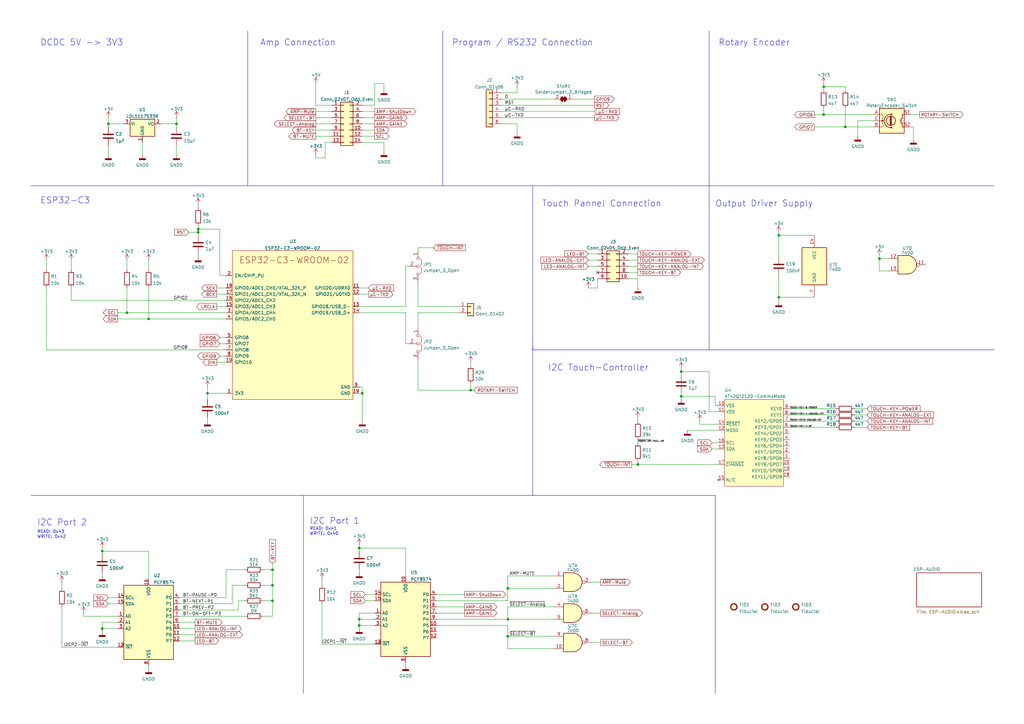
<source format=kicad_sch>
(kicad_sch (version 20230121) (generator eeschema)
  (paper "A3")
  (title_block (title "CW-Amp-Controll-Board") (date "2022-03-11") (rev "1") (company "Lars Nienhaus"))
  (junction (at 319.405 96.52))
  (junction (at 208.28 241.3))
  (junction (at 346.71 52.07))
  (junction (at 111.76 246.38))
  (junction (at 41.91 226.06))
  (junction (at 72.39 50.8))
  (junction (at 111.76 240.03))
  (junction (at 147.32 256.54))
  (junction (at 319.405 121.92))
  (junction (at 81.28 95.25))
  (junction (at 44.45 50.8))
  (junction (at 360.68 106.045))
  (junction (at 85.09 161.29))
  (junction (at 111.76 233.68))
  (junction (at 193.04 160.02))
  (junction (at 279.4 162.56))
  (junction (at 60.96 130.81))
  (junction (at 208.28 254))
  (junction (at 337.82 46.99))
  (junction (at 81.28 93.98))
  (junction (at 147.32 224.79))
  (junction (at 337.82 35.56))
  (junction (at 52.07 128.27))
  (junction (at 41.91 257.81))
  (junction (at 148.59 161.29))
  (junction (at 147.32 254))
  (junction (at 208.28 260.985))
  (junction (at 261.62 190.5))
  (junction (at 279.4 152.4))
  (no_connect (at 245.11 111.76))
  (wire (pts (xy 205.74 38.1) (xy 212.09 38.1)))
  (wire (pts (xy 208.28 260.985) (xy 227.33 260.985)))
  (wire (pts (xy 319.405 113.03) (xy 319.405 121.92)))
  (wire (pts (xy 148.59 50.8) (xy 153.67 50.8)))
  (wire (pts (xy 208.28 248.92) (xy 208.28 254)))
  (wire (pts (xy 52.07 118.11) (xy 52.07 128.27)))
  (wire (pts (xy 360.68 111.125) (xy 360.68 106.045)))
  (wire (pts (xy 373.38 46.99) (xy 377.19 46.99)))
  (wire (pts (xy 212.09 38.1) (xy 212.09 35.56)))
  (wire (pts (xy 227.33 266.065) (xy 208.28 266.065)))
  (wire (pts (xy 111.76 240.03) (xy 111.76 233.68)))
  (wire (pts (xy 337.82 35.56) (xy 337.82 36.83)))
  (wire (pts (xy 107.95 240.03) (xy 111.76 240.03)))
  (wire (pts (xy 350.52 170.18) (xy 355.6 170.18)))
  (wire (pts (xy 292.1 184.15) (xy 294.64 184.15)))
  (wire (pts (xy 257.81 106.68) (xy 261.62 106.68)))
  (wire (pts (xy 147.32 257.81) (xy 147.32 256.54)))
  (wire (pts (xy 92.71 233.68) (xy 100.33 233.68)))
  (wire (pts (xy 358.14 49.53) (xy 351.79 49.53)))
  (wire (pts (xy 193.04 157.48) (xy 193.04 160.02)))
  (wire (pts (xy 242.57 238.76) (xy 246.38 238.76)))
  (wire (pts (xy 337.82 34.29) (xy 337.82 35.56)))
  (wire (pts (xy 179.07 254) (xy 208.28 254)))
  (wire (pts (xy 337.82 35.56) (xy 346.71 35.56)))
  (wire (pts (xy 60.96 226.06) (xy 60.96 237.49)))
  (wire (pts (xy 58.42 58.42) (xy 58.42 63.5)))
  (wire (pts (xy 147.32 125.73) (xy 166.37 125.73)))
  (wire (pts (xy 241.3 109.22) (xy 245.11 109.22)))
  (wire (pts (xy 350.52 167.64) (xy 355.6 167.64)))
  (wire (pts (xy 241.3 104.14) (xy 245.11 104.14)))
  (wire (pts (xy 246.38 263.525) (xy 242.57 263.525)))
  (polyline (pts (xy 290.83 143.51) (xy 407.67 143.51)))
  (wire (pts (xy 148.59 158.75) (xy 148.59 161.29)))
  (wire (pts (xy 148.59 48.26) (xy 153.67 48.26)))
  (wire (pts (xy 129.54 43.18) (xy 129.54 34.29)))
  (wire (pts (xy 166.37 140.97) (xy 167.64 140.97)))
  (wire (pts (xy 319.405 96.52) (xy 319.405 105.41)))
  (polyline (pts (xy 293.37 203.2) (xy 293.37 284.48)))
  (wire (pts (xy 323.85 175.26) (xy 342.9 175.26)))
  (wire (pts (xy 171.45 128.27) (xy 171.45 134.62)))
  (wire (pts (xy 85.09 171.45) (xy 85.09 172.72)))
  (wire (pts (xy 97.79 250.19) (xy 73.66 250.19)))
  (wire (pts (xy 179.07 256.54) (xy 208.28 256.54)))
  (wire (pts (xy 293.37 162.56) (xy 293.37 166.37)))
  (wire (pts (xy 34.29 251.46) (xy 34.29 252.73)))
  (wire (pts (xy 290.83 168.91) (xy 290.83 152.4)))
  (wire (pts (xy 364.49 111.125) (xy 360.68 111.125)))
  (wire (pts (xy 261.62 189.23) (xy 261.62 190.5)))
  (wire (pts (xy 287.02 172.72) (xy 287.02 173.99)))
  (wire (pts (xy 107.95 233.68) (xy 111.76 233.68)))
  (wire (pts (xy 190.5 248.92) (xy 179.07 248.92)))
  (wire (pts (xy 100.33 246.38) (xy 97.79 246.38)))
  (wire (pts (xy 73.66 247.65) (xy 95.25 247.65)))
  (wire (pts (xy 148.59 43.18) (xy 153.67 43.18)))
  (wire (pts (xy 208.28 254) (xy 227.33 254)))
  (wire (pts (xy 44.45 59.69) (xy 44.45 63.5)))
  (wire (pts (xy 85.09 161.29) (xy 92.71 161.29)))
  (wire (pts (xy 323.85 167.64) (xy 342.9 167.64)))
  (wire (pts (xy 107.95 252.73) (xy 111.76 252.73)))
  (wire (pts (xy 73.66 257.81) (xy 80.01 257.81)))
  (polyline (pts (xy 228.6 76.2) (xy 407.67 76.2)))
  (polyline (pts (xy 12.7 76.2) (xy 101.6 76.2)))
  (wire (pts (xy 90.17 113.03) (xy 92.71 113.03)))
  (wire (pts (xy 374.65 52.07) (xy 374.65 57.15)))
  (wire (pts (xy 287.02 173.99) (xy 294.64 173.99)))
  (wire (pts (xy 147.32 128.27) (xy 166.37 128.27)))
  (wire (pts (xy 111.76 233.68) (xy 111.76 231.14)))
  (wire (pts (xy 212.09 50.8) (xy 212.09 54.61)))
  (wire (pts (xy 292.1 181.61) (xy 294.64 181.61)))
  (wire (pts (xy 147.32 224.79) (xy 147.32 226.06)))
  (wire (pts (xy 129.54 55.88) (xy 135.89 55.88)))
  (wire (pts (xy 208.28 256.54) (xy 208.28 260.985)))
  (wire (pts (xy 92.71 123.19) (xy 29.21 123.19)))
  (wire (pts (xy 41.91 234.95) (xy 41.91 236.22)))
  (wire (pts (xy 261.62 190.5) (xy 294.64 190.5)))
  (wire (pts (xy 41.91 257.81) (xy 41.91 255.27)))
  (wire (pts (xy 171.45 102.87) (xy 171.45 101.6)))
  (wire (pts (xy 257.81 109.22) (xy 261.62 109.22)))
  (wire (pts (xy 208.28 260.985) (xy 208.28 266.065)))
  (wire (pts (xy 48.26 130.81) (xy 60.96 130.81)))
  (wire (pts (xy 166.37 236.22) (xy 166.37 224.79)))
  (wire (pts (xy 261.62 171.45) (xy 261.62 172.72)))
  (wire (pts (xy 133.35 64.77) (xy 133.35 58.42)))
  (wire (pts (xy 323.85 170.18) (xy 342.9 170.18)))
  (wire (pts (xy 179.07 246.38) (xy 208.28 246.38)))
  (wire (pts (xy 166.37 128.27) (xy 166.37 140.97)))
  (wire (pts (xy 41.91 255.27) (xy 48.26 255.27)))
  (wire (pts (xy 95.25 240.03) (xy 100.33 240.03)))
  (polyline (pts (xy 218.44 203.2) (xy 293.37 203.2)))
  (polyline (pts (xy 290.83 76.2) (xy 290.83 143.51)))
  (wire (pts (xy 148.59 161.29) (xy 148.59 172.72)))
  (wire (pts (xy 72.39 50.8) (xy 72.39 48.26)))
  (wire (pts (xy 319.405 96.52) (xy 319.405 95.25)))
  (wire (pts (xy 193.04 160.02) (xy 171.45 160.02)))
  (wire (pts (xy 81.28 95.25) (xy 81.28 96.52)))
  (wire (pts (xy 41.91 257.81) (xy 48.26 257.81)))
  (wire (pts (xy 166.37 125.73) (xy 166.37 109.22)))
  (wire (pts (xy 60.96 273.05) (xy 60.96 274.32)))
  (wire (pts (xy 19.05 106.68) (xy 19.05 110.49)))
  (wire (pts (xy 373.38 52.07) (xy 374.65 52.07)))
  (wire (pts (xy 41.91 226.06) (xy 41.91 227.33)))
  (wire (pts (xy 166.37 109.22) (xy 167.64 109.22)))
  (wire (pts (xy 44.45 48.26) (xy 44.45 50.8)))
  (wire (pts (xy 129.54 53.34) (xy 135.89 53.34)))
  (wire (pts (xy 66.04 50.8) (xy 72.39 50.8)))
  (wire (pts (xy 129.54 45.72) (xy 135.89 45.72)))
  (polyline (pts (xy 218.44 76.2) (xy 218.44 203.2)))
  (wire (pts (xy 25.4 238.76) (xy 25.4 241.3)))
  (wire (pts (xy 90.17 93.98) (xy 90.17 113.03)))
  (wire (pts (xy 323.85 172.72) (xy 342.9 172.72)))
  (wire (pts (xy 90.17 140.97) (xy 92.71 140.97)))
  (wire (pts (xy 334.01 52.07) (xy 346.71 52.07)))
  (wire (pts (xy 259.08 190.5) (xy 261.62 190.5)))
  (wire (pts (xy 193.04 148.59) (xy 193.04 149.86)))
  (wire (pts (xy 205.74 45.72) (xy 243.84 45.72)))
  (wire (pts (xy 44.45 245.11) (xy 48.26 245.11)))
  (wire (pts (xy 19.05 143.51) (xy 19.05 118.11)))
  (wire (pts (xy 44.45 50.8) (xy 44.45 52.07)))
  (wire (pts (xy 88.9 148.59) (xy 92.71 148.59)))
  (wire (pts (xy 245.11 114.3) (xy 245.11 118.11)))
  (wire (pts (xy 147.32 158.75) (xy 148.59 158.75)))
  (wire (pts (xy 171.45 128.27) (xy 187.96 128.27)))
  (wire (pts (xy 132.08 264.16) (xy 132.08 247.65)))
  (wire (pts (xy 350.52 175.26) (xy 355.6 175.26)))
  (wire (pts (xy 208.28 248.92) (xy 227.33 248.92)))
  (wire (pts (xy 279.4 162.56) (xy 279.4 163.83)))
  (polyline (pts (xy 101.6 76.2) (xy 228.6 76.2)))
  (wire (pts (xy 166.37 224.79) (xy 147.32 224.79)))
  (wire (pts (xy 88.9 120.65) (xy 92.71 120.65)))
  (wire (pts (xy 52.07 128.27) (xy 92.71 128.27)))
  (wire (pts (xy 60.96 130.81) (xy 92.71 130.81)))
  (wire (pts (xy 319.405 121.92) (xy 334.01 121.92)))
  (wire (pts (xy 111.76 252.73) (xy 111.76 246.38)))
  (wire (pts (xy 147.32 256.54) (xy 153.67 256.54)))
  (wire (pts (xy 149.86 246.38) (xy 153.67 246.38)))
  (wire (pts (xy 147.32 256.54) (xy 147.32 254)))
  (wire (pts (xy 153.67 43.18) (xy 153.67 34.29)))
  (wire (pts (xy 81.28 83.82) (xy 81.28 85.09)))
  (wire (pts (xy 48.26 128.27) (xy 52.07 128.27)))
  (wire (pts (xy 81.28 92.71) (xy 81.28 93.98)))
  (wire (pts (xy 95.25 240.03) (xy 95.25 247.65)))
  (wire (pts (xy 346.71 35.56) (xy 346.71 36.83)))
  (wire (pts (xy 187.96 125.73) (xy 171.45 125.73)))
  (wire (pts (xy 44.45 247.65) (xy 48.26 247.65)))
  (wire (pts (xy 171.45 160.02) (xy 171.45 147.32)))
  (wire (pts (xy 72.39 59.69) (xy 72.39 63.5)))
  (wire (pts (xy 129.54 64.77) (xy 133.35 64.77)))
  (wire (pts (xy 153.67 34.29) (xy 157.48 34.29)))
  (wire (pts (xy 52.07 106.68) (xy 52.07 110.49)))
  (wire (pts (xy 208.28 236.22) (xy 227.33 236.22)))
  (wire (pts (xy 90.17 138.43) (xy 92.71 138.43)))
  (wire (pts (xy 257.81 111.76) (xy 261.62 111.76)))
  (wire (pts (xy 85.09 158.75) (xy 85.09 161.29)))
  (wire (pts (xy 90.17 146.05) (xy 92.71 146.05)))
  (wire (pts (xy 261.62 114.3) (xy 261.62 118.11)))
  (wire (pts (xy 171.45 125.73) (xy 171.45 115.57)))
  (wire (pts (xy 73.66 252.73) (xy 100.33 252.73)))
  (wire (pts (xy 279.4 151.13) (xy 279.4 152.4)))
  (wire (pts (xy 208.28 241.3) (xy 208.28 236.22)))
  (polyline (pts (xy 218.44 143.51) (xy 218.44 142.24)))
  (wire (pts (xy 147.32 224.79) (xy 147.32 223.52)))
  (wire (pts (xy 261.62 180.34) (xy 261.62 181.61)))
  (wire (pts (xy 257.81 114.3) (xy 261.62 114.3)))
  (wire (pts (xy 147.32 233.68) (xy 147.32 234.95)))
  (wire (pts (xy 279.4 162.56) (xy 293.37 162.56)))
  (wire (pts (xy 41.91 226.06) (xy 60.96 226.06)))
  (wire (pts (xy 148.59 53.34) (xy 153.67 53.34)))
  (wire (pts (xy 350.52 172.72) (xy 355.6 172.72)))
  (wire (pts (xy 135.89 43.18) (xy 129.54 43.18)))
  (wire (pts (xy 107.95 246.38) (xy 111.76 246.38)))
  (wire (pts (xy 294.64 168.91) (xy 290.83 168.91)))
  (polyline (pts (xy 124.46 203.2) (xy 124.46 284.48)))
  (wire (pts (xy 41.91 259.08) (xy 41.91 257.81)))
  (wire (pts (xy 205.74 40.64) (xy 227.33 40.64)))
  (wire (pts (xy 208.28 241.3) (xy 208.28 246.38)))
  (wire (pts (xy 60.96 118.11) (xy 60.96 130.81)))
  (wire (pts (xy 111.76 246.38) (xy 111.76 240.03)))
  (polyline (pts (xy 290.83 143.51) (xy 218.44 143.51)))
  (wire (pts (xy 85.09 161.29) (xy 85.09 163.83)))
  (wire (pts (xy 337.82 46.99) (xy 334.01 46.99)))
  (wire (pts (xy 241.3 118.11) (xy 245.11 118.11)))
  (wire (pts (xy 190.5 251.46) (xy 179.07 251.46)))
  (wire (pts (xy 129.54 48.26) (xy 135.89 48.26)))
  (wire (pts (xy 129.54 63.5) (xy 129.54 64.77)))
  (polyline (pts (xy 290.83 12.7) (xy 290.83 76.2)))
  (wire (pts (xy 34.29 252.73) (xy 48.26 252.73)))
  (wire (pts (xy 171.45 101.6) (xy 177.8 101.6)))
  (wire (pts (xy 293.37 166.37) (xy 294.64 166.37)))
  (wire (pts (xy 60.96 106.68) (xy 60.96 110.49)))
  (wire (pts (xy 242.57 251.46) (xy 246.38 251.46)))
  (wire (pts (xy 257.81 104.14) (xy 261.62 104.14)))
  (wire (pts (xy 147.32 118.11) (xy 151.13 118.11)))
  (wire (pts (xy 290.83 152.4) (xy 279.4 152.4)))
  (wire (pts (xy 157.48 34.29) (xy 157.48 36.83)))
  (wire (pts (xy 147.32 120.65) (xy 151.13 120.65)))
  (wire (pts (xy 205.74 48.26) (xy 243.84 48.26)))
  (wire (pts (xy 80.01 255.27) (xy 73.66 255.27)))
  (wire (pts (xy 360.68 106.045) (xy 364.49 106.045)))
  (wire (pts (xy 166.37 271.78) (xy 166.37 273.05)))
  (wire (pts (xy 81.28 93.98) (xy 90.17 93.98)))
  (wire (pts (xy 147.32 161.29) (xy 148.59 161.29)))
  (wire (pts (xy 281.94 176.53) (xy 294.64 176.53)))
  (wire (pts (xy 149.86 243.84) (xy 153.67 243.84)))
  (wire (pts (xy 147.32 254) (xy 147.32 251.46)))
  (wire (pts (xy 205.74 43.18) (xy 243.84 43.18)))
  (wire (pts (xy 133.35 58.42) (xy 135.89 58.42)))
  (wire (pts (xy 194.31 160.02) (xy 193.04 160.02)))
  (wire (pts (xy 351.79 49.53) (xy 351.79 55.88)))
  (wire (pts (xy 88.9 125.73) (xy 92.71 125.73)))
  (wire (pts (xy 92.71 245.11) (xy 73.66 245.11)))
  (wire (pts (xy 29.21 106.68) (xy 29.21 110.49)))
  (polyline (pts (xy 12.7 203.2) (xy 218.44 203.2)))
  (wire (pts (xy 148.59 55.88) (xy 153.67 55.88)))
  (wire (pts (xy 44.45 50.8) (xy 50.8 50.8)))
  (polyline (pts (xy 181.61 12.7) (xy 181.61 76.2)))
  (wire (pts (xy 234.95 40.64) (xy 243.84 40.64)))
  (wire (pts (xy 29.21 123.19) (xy 29.21 118.11)))
  (wire (pts (xy 73.66 260.35) (xy 80.01 260.35)))
  (wire (pts (xy 346.71 44.45) (xy 346.71 52.07)))
  (wire (pts (xy 208.28 241.3) (xy 227.33 241.3)))
  (wire (pts (xy 279.4 152.4) (xy 279.4 153.67)))
  (wire (pts (xy 153.67 264.16) (xy 132.08 264.16)))
  (wire (pts (xy 358.14 46.99) (xy 337.82 46.99)))
  (wire (pts (xy 81.28 93.98) (xy 81.28 95.25)))
  (wire (pts (xy 279.4 161.29) (xy 279.4 162.56)))
  (wire (pts (xy 157.48 58.42) (xy 157.48 62.23)))
  (wire (pts (xy 92.71 143.51) (xy 19.05 143.51)))
  (wire (pts (xy 129.54 50.8) (xy 135.89 50.8)))
  (wire (pts (xy 205.74 50.8) (xy 212.09 50.8)))
  (polyline (pts (xy 101.6 12.7) (xy 101.6 76.2)))
  (wire (pts (xy 73.66 262.89) (xy 80.01 262.89)))
  (wire (pts (xy 72.39 50.8) (xy 72.39 52.07)))
  (wire (pts (xy 88.9 118.11) (xy 92.71 118.11)))
  (wire (pts (xy 132.08 237.49) (xy 132.08 240.03)))
  (wire (pts (xy 41.91 224.79) (xy 41.91 226.06)))
  (wire (pts (xy 148.59 45.72) (xy 153.67 45.72)))
  (wire (pts (xy 147.32 251.46) (xy 153.67 251.46)))
  (wire (pts (xy 334.01 96.52) (xy 319.405 96.52)))
  (wire (pts (xy 81.28 104.14) (xy 81.28 105.41)))
  (wire (pts (xy 148.59 58.42) (xy 157.48 58.42)))
  (wire (pts (xy 48.26 265.43) (xy 25.4 265.43)))
  (wire (pts (xy 97.79 246.38) (xy 97.79 250.19)))
  (wire (pts (xy 319.405 121.92) (xy 319.405 123.825)))
  (wire (pts (xy 190.5 243.84) (xy 179.07 243.84)))
  (wire (pts (xy 25.4 265.43) (xy 25.4 248.92)))
  (wire (pts (xy 92.71 233.68) (xy 92.71 245.11)))
  (wire (pts (xy 241.3 106.68) (xy 245.11 106.68)))
  (wire (pts (xy 77.47 95.25) (xy 81.28 95.25)))
  (wire (pts (xy 360.68 106.045) (xy 360.68 104.775)))
  (wire (pts (xy 337.82 46.99) (xy 337.82 44.45)))
  (wire (pts (xy 147.32 254) (xy 153.67 254)))
  (wire (pts (xy 346.71 52.07) (xy 358.14 52.07)))
  (text "READ: 0x43\nWRITE: 0x42" (at 15.24 220.98 0) (effects (font (size 1.27 1.27)) (justify left bottom)))
  (text "I2C Port 2" (at 15.24 215.9 0) (effects (font (size 2.54 2.54)) (justify left bottom)))
  (text "DCDC 5V -> 3V3" (at 16.51 19.05 0) (effects (font (size 2.54 2.54)) (justify left bottom)))
  (text "READ: 0x41\nWRITE: 0x40" (at 127 219.71 0) (effects (font (size 1.27 1.27)) (justify left bottom)))
  (text "I2C Port 1" (at 127 215.265 0) (effects (font (size 2.54 2.54)) (justify left bottom)))
  (text "I2C Touch-Controller" (at 224.79 152.4 0) (effects (font (size 2.54 2.54)) (justify left bottom)))
  (text "Rotary Encoder" (at 294.64 19.05 0) (effects (font (size 2.54 2.54)) (justify left bottom)))
  (text "Program / RS232 Connection" (at 185.42 19.05 0) (effects (font (size 2.54 2.54)) (justify left bottom)))
  (text "Output Driver Supply" (at 293.37 85.09 0) (effects (font (size 2.54 2.54)) (justify left bottom)))
  (text "ESP32-C3" (at 16.51 83.82 0) (effects (font (size 2.54 2.54)) (justify left bottom)))
  (text "Touch Pannel Connection" (at 222.25 85.09 0) (effects (font (size 2.54 2.54)) (justify left bottom)))
  (text "Amp Connection" (at 106.68 19.05 0) (effects (font (size 2.54 2.54)) (justify left bottom)))
  (label "TOUCH-KEY2-ANALOG-INT" (at 323.85 172.72 0) (effects (font (size 0.64 0.64))))
  (label "TOUCH-KEY-0-POWER" (at 323.85 167.64 0) (effects (font (size 0.64 0.64))))
  (label "0" (at 207.01 40.64 0))
  (label "~{SELECT-Analog}" (at 208.915 248.92 0))
  (label "BT-PREV-P2" (at 74.93 250.19 0))
  (label "BT-NEXT-P1" (at 74.93 247.65 0))
  (label "I2CP2-~{INT}" (at 26.035 265.43 0))
  (label "GPIO2" (at 71.12 123.19 0))
  (label "µC-TXD" (at 207.01 48.26 0))
  (label "µC-RXD" (at 207.01 45.72 0))
  (label "AMP-MUTE" (at 208.915 236.22 0))
  (label "TOUCH-KEY-1-ANALOG-EXT" (at 323.85 170.18 0) (effects (font (size 0.64 0.64))))
  (label "TOUCH-KEY-4-BT" (at 323.85 175.26 0) (effects (font (size 0.64 0.64))))
  (label "~{TOUCH-INT}-PULL-UP" (at 261.62 181.3997 0) (effects (font (size 0.64 0.64))))
  (label "BT-ON-OFF-P3" (at 74.93 252.73 0))
  (label "RST" (at 207.01 43.18 0))
  (label "I2CP1-~{INT}" (at 132.08 264.16 0))
  (label "~{SELECT-BT}" (at 208.915 260.985 0))
  (label "GPIO8" (at 71.12 143.51 0))
  (label "BT-PAUSE-P0" (at 74.93 245.11 0))
  (global_label "BT-MUTE" (shape output) (at 80.01 255.27 0) (property "Intersheetrefs" "${INTERSHEET_REFS}" (effects hide)))
  (global_label "LED-BT" (shape output) (at 80.01 262.89 0) (property "Intersheetrefs" "${INTERSHEET_REFS}" (effects hide)))
  (global_label "DIN" (shape output) (at 88.9 148.59 180) (property "Intersheetrefs" "${INTERSHEET_REFS}" (effects hide)))
  (global_label "~{AMP-Mute}" (shape output) (at 129.54 45.72 180) (property "Intersheetrefs" "${INTERSHEET_REFS}" (effects hide)))
  (global_label "AMP-ShutDown" (shape output) (at 190.5 243.84 0) (property "Intersheetrefs" "${INTERSHEET_REFS}" (effects hide)))
  (global_label "SDA" (shape input) (at 149.86 246.38 180) (property "Intersheetrefs" "${INTERSHEET_REFS}" (effects hide)))
  (global_label "SCL" (shape output) (at 48.26 128.27 180) (property "Intersheetrefs" "${INTERSHEET_REFS}" (effects hide)))
  (global_label "SDA" (shape input) (at 292.1 184.15 180) (property "Intersheetrefs" "${INTERSHEET_REFS}" (effects hide)))
  (global_label "TOUCH-KEY-ANALOG-INT" (shape output) (at 261.62 109.22 0) (property "Intersheetrefs" "${INTERSHEET_REFS}" (effects hide)))
  (global_label "LRCLK" (shape output) (at 88.9 125.73 180) (property "Intersheetrefs" "${INTERSHEET_REFS}" (effects hide)))
  (global_label "TOUCH-KEY-BT" (shape output) (at 261.62 111.76 0) (property "Intersheetrefs" "${INTERSHEET_REFS}" (effects hide)))
  (global_label "GPIO6" (shape input) (at 90.17 138.43 180) (property "Intersheetrefs" "${INTERSHEET_REFS}" (effects hide)))
  (global_label "SDA" (shape output) (at 153.67 53.34 0) (property "Intersheetrefs" "${INTERSHEET_REFS}" (effects hide)))
  (global_label "RST" (shape output) (at 243.84 43.18 0) (property "Intersheetrefs" "${INTERSHEET_REFS}" (effects hide)))
  (global_label "SELECT-Analog" (shape output) (at 246.38 251.46 0) (property "Intersheetrefs" "${INTERSHEET_REFS}" (effects hide)))
  (global_label "TOUCH-KEY-BT" (shape input) (at 355.6 175.26 0) (property "Intersheetrefs" "${INTERSHEET_REFS}" (effects hide)))
  (global_label "TOUCH-KEY-POWER" (shape output) (at 261.62 104.14 0) (property "Intersheetrefs" "${INTERSHEET_REFS}" (effects hide)))
  (global_label "AMP-ShutDown" (shape output) (at 153.67 45.72 0) (property "Intersheetrefs" "${INTERSHEET_REFS}" (effects hide)))
  (global_label "SELECT-BT" (shape output) (at 246.38 263.525 0) (property "Intersheetrefs" "${INTERSHEET_REFS}" (effects hide)))
  (global_label "LED-ANALOG-EXT" (shape output) (at 80.01 260.35 0) (property "Intersheetrefs" "${INTERSHEET_REFS}" (effects hide)))
  (global_label "SDA" (shape output) (at 48.26 130.81 180) (property "Intersheetrefs" "${INTERSHEET_REFS}" (effects hide)))
  (global_label "RST" (shape input) (at 77.47 95.25 180) (property "Intersheetrefs" "${INTERSHEET_REFS}" (effects hide)))
  (global_label "AMP-GAIN0" (shape output) (at 190.5 248.92 0) (property "Intersheetrefs" "${INTERSHEET_REFS}" (effects hide)))
  (global_label "SCL" (shape input) (at 292.1 181.61 180) (property "Intersheetrefs" "${INTERSHEET_REFS}" (effects hide)))
  (global_label "GPIO9" (shape output) (at 243.84 40.64 0) (property "Intersheetrefs" "${INTERSHEET_REFS}" (effects hide)))
  (global_label "BT-KEY" (shape output) (at 129.54 53.34 180) (property "Intersheetrefs" "${INTERSHEET_REFS}" (effects hide)))
  (global_label "SDA" (shape input) (at 44.45 247.65 180) (property "Intersheetrefs" "${INTERSHEET_REFS}" (effects hide)))
  (global_label "TOUCH-KEY-ANALOG-EXT" (shape input) (at 355.6 170.18 0) (property "Intersheetrefs" "${INTERSHEET_REFS}" (effects hide)))
  (global_label "AMP-GAIN1" (shape output) (at 153.67 50.8 0) (property "Intersheetrefs" "${INTERSHEET_REFS}" (effects hide)))
  (global_label "ROTARY-SWITCH" (shape input) (at 194.31 160.02 0) (property "Intersheetrefs" "${INTERSHEET_REFS}" (effects hide)))
  (global_label "AMP-GAIN0" (shape output) (at 153.67 48.26 0) (property "Intersheetrefs" "${INTERSHEET_REFS}" (effects hide)))
  (global_label "GPIO6" (shape output) (at 334.01 46.99 180) (property "Intersheetrefs" "${INTERSHEET_REFS}" (effects hide)))
  (global_label "LED-BT" (shape input) (at 241.3 104.14 180) (property "Intersheetrefs" "${INTERSHEET_REFS}" (effects hide)))
  (global_label "SELECT-Analog" (shape output) (at 129.54 50.8 180) (property "Intersheetrefs" "${INTERSHEET_REFS}" (effects hide)))
  (global_label "SCL" (shape output) (at 153.67 55.88 0) (property "Intersheetrefs" "${INTERSHEET_REFS}" (effects hide)))
  (global_label "SCL" (shape input) (at 149.86 243.84 180) (property "Intersheetrefs" "${INTERSHEET_REFS}" (effects hide)))
  (global_label "µC-TXD" (shape output) (at 243.84 48.26 0) (property "Intersheetrefs" "${INTERSHEET_REFS}" (effects hide)))
  (global_label "BT-MUTE" (shape output) (at 129.54 55.88 180) (property "Intersheetrefs" "${INTERSHEET_REFS}" (effects hide)))
  (global_label "µC-RXD" (shape input) (at 151.13 118.11 0) (property "Intersheetrefs" "${INTERSHEET_REFS}" (effects hide)))
  (global_label "µC-TXD" (shape output) (at 151.13 120.65 0) (property "Intersheetrefs" "${INTERSHEET_REFS}" (effects hide)))
  (global_label "BCK" (shape output) (at 88.9 120.65 180) (property "Intersheetrefs" "${INTERSHEET_REFS}" (effects hide)))
  (global_label "LED-ANALOG-INT" (shape output) (at 80.01 257.81 0) (property "Intersheetrefs" "${INTERSHEET_REFS}" (effects hide)))
  (global_label "TOUCH-KEY-ANALOG-INT" (shape input) (at 355.6 172.72 0) (property "Intersheetrefs" "${INTERSHEET_REFS}" (effects hide)))
  (global_label "GPIO7" (shape input) (at 90.17 140.97 180) (property "Intersheetrefs" "${INTERSHEET_REFS}" (effects hide)))
  (global_label "SELECT-BT" (shape output) (at 129.54 48.26 180) (property "Intersheetrefs" "${INTERSHEET_REFS}" (effects hide)))
  (global_label "TOUCH-KEY-POWER" (shape input) (at 355.6 167.64 0) (property "Intersheetrefs" "${INTERSHEET_REFS}" (effects hide)))
  (global_label "SCL" (shape input) (at 44.45 245.11 180) (property "Intersheetrefs" "${INTERSHEET_REFS}" (effects hide)))
  (global_label "TOUCH-KEY-ANALOG-EXT" (shape output) (at 261.62 106.68 0) (property "Intersheetrefs" "${INTERSHEET_REFS}" (effects hide)))
  (global_label "µC-RXD" (shape input) (at 243.84 45.72 0) (property "Intersheetrefs" "${INTERSHEET_REFS}" (effects hide)))
  (global_label "AMP-GAIN1" (shape output) (at 190.5 251.46 0) (property "Intersheetrefs" "${INTERSHEET_REFS}" (effects hide)))
  (global_label "~{AMP-Mute}" (shape output) (at 246.38 238.76 0) (property "Intersheetrefs" "${INTERSHEET_REFS}" (effects hide)))
  (global_label "SCK" (shape output) (at 88.9 118.11 180) (property "Intersheetrefs" "${INTERSHEET_REFS}" (effects hide)))
  (global_label "ROTARY-SWITCH" (shape output) (at 377.19 46.99 0) (property "Intersheetrefs" "${INTERSHEET_REFS}" (effects hide)))
  (global_label "GPIO7" (shape output) (at 334.01 52.07 180) (property "Intersheetrefs" "${INTERSHEET_REFS}" (effects hide)))
  (global_label "LED-ANALOG-EXT" (shape input) (at 241.3 106.68 180) (property "Intersheetrefs" "${INTERSHEET_REFS}" (effects hide)))
  (global_label "~{TOUCH-INT}" (shape input) (at 177.8 101.6 0) (property "Intersheetrefs" "${INTERSHEET_REFS}" (effects hide)))
  (global_label "GPIO9" (shape bidirectional) (at 90.17 146.05 180) (property "Intersheetrefs" "${INTERSHEET_REFS}" (effects hide)))
  (global_label "LED-ANALOG-INT" (shape input) (at 241.3 109.22 180) (property "Intersheetrefs" "${INTERSHEET_REFS}" (effects hide)))
  (global_label "~{TOUCH-INT}" (shape output) (at 259.08 190.5 180) (property "Intersheetrefs" "${INTERSHEET_REFS}" (effects hide)))
  (global_label "BT-KEY" (shape input) (at 111.76 231.14 90) (property "Intersheetrefs" "${INTERSHEET_REFS}" (effects hide)))
  (symbol (lib_id "power:GNDD") (at 166.37 273.05 0) (unit 1)
    (property "Reference" "#PWR043" (effects hide))
    (property "Value" "GNDD" (at 166.37 277.2315 0))
  )
  (symbol (lib_id "power:+3V3") (at 212.09 35.56 0) (unit 1)
    (property "Reference" "#PWR029" (effects hide))
    (property "Value" "+3V3" (at 212.09 31.9555 0))
  )
  (symbol (lib_id "Device:R") (at 346.71 172.72 270) (unit 1)
    (property "Reference" "R17" (at 342.9 171.45 90) (effects (justify right)))
    (property "Value" "4k7" (at 350.52 171.45 90) (effects (justify left)))
    (property "Footprint" "Resistor_SMD:R_0805_2012Metric_Pad1.20x1.40mm_HandSolder" (effects hide))
  )
  (symbol (lib_id "Device:R") (at 346.71 40.64 0) (unit 1)
    (property "Reference" "R14" (at 348.488 39.7315 0) (effects (justify left)))
    (property "Value" "4k7" (at 348.488 42.5066 0) (effects (justify left)))
    (property "Footprint" "Resistor_SMD:R_0805_2012Metric_Pad1.20x1.40mm_HandSolder" (effects hide))
  )
  (symbol (lib_id "Connector_Generic:Conn_02x05_Odd_Even") (at 250.19 109.22 0) (unit 1)
    (property "Reference" "J3" (at 251.46 99.1702 0))
    (property "Value" "Conn_02x05_Odd_Even" (at 251.46 101.7071 0))
    (property "Footprint" "Connector_IDC:IDC-Header_2x05_P2.54mm_Vertical" (effects hide))
  )
  (symbol (lib_id "Connector_Generic:Conn_01x06") (at 200.66 43.18 0) (mirror y) (unit 1)
    (property "Reference" "J2" (at 200.66 32.8635 0))
    (property "Value" "Conn_01x06" (at 200.66 35.6386 0))
    (property "Footprint" "Connector_PinHeader_2.54mm:PinHeader_1x06_P2.54mm_Horizontal" (effects hide))
  )
  (symbol (lib_id "power:+3V3") (at 85.09 158.75 0) (unit 1)
    (property "Reference" "#PWR018" (effects hide))
    (property "Value" "+3V3" (at 85.09 155.1455 0))
  )
  (symbol (lib_id "power:+5V") (at 319.405 95.25 0) (unit 1)
    (property "Reference" "#PWR020" (effects hide))
    (property "Value" "+5V" (at 319.405 91.6455 0))
  )
  (symbol (lib_id "power:GNDD") (at 374.65 57.15 0) (unit 1)
    (property "Reference" "#PWR0108" (effects hide))
    (property "Value" "GNDD" (at 374.65 61.3315 0))
  )
  (symbol (lib_id "Device:R") (at 19.05 114.3 0) (unit 1)
    (property "Reference" "R1" (at 20.828 113.3915 0) (effects (justify left)))
    (property "Value" "10k" (at 20.828 116.1666 0) (effects (justify left)))
    (property "Footprint" "Resistor_SMD:R_0805_2012Metric_Pad1.20x1.40mm_HandSolder" (effects hide))
  )
  (symbol (lib_id "Device:R") (at 60.96 114.3 0) (unit 1)
    (property "Reference" "R5" (at 62.738 113.3915 0) (effects (justify left)))
    (property "Value" "10k" (at 62.738 116.1666 0) (effects (justify left)))
    (property "Footprint" "Resistor_SMD:R_0805_2012Metric_Pad1.20x1.40mm_HandSolder" (effects hide))
  )
  (symbol (lib_id "power:+3V3") (at 29.21 106.68 0) (unit 1)
    (property "Reference" "#PWR03" (effects hide))
    (property "Value" "+3V3" (at 29.21 103.0755 0))
  )
  (symbol (lib_id "power:+3V3") (at 81.28 83.82 0) (unit 1)
    (property "Reference" "#PWR016" (effects hide))
    (property "Value" "+3V3" (at 81.28 80.2155 0))
  )
  (symbol (lib_id "Device:R") (at 104.14 246.38 90) (unit 1)
    (property "Reference" "R25" (at 104.14 242.3541 90))
    (property "Value" "9K1" (at 104.14 244.2751 90))
    (property "Footprint" "Resistor_SMD:R_0805_2012Metric_Pad1.20x1.40mm_HandSolder" (effects hide))
  )
  (symbol (lib_id "power:+3V3") (at 193.04 148.59 0) (unit 1)
    (property "Reference" "#PWR0107" (effects hide))
    (property "Value" "+3V3" (at 193.04 144.9855 0))
  )
  (symbol (lib_id "Interface_Expansion:PCF8574") (at 166.37 254 0) (unit 1)
    (property "Reference" "U5" (at 168.3894 234.7935 0) (effects (justify left)))
    (property "Value" "PCF8574" (at 168.3894 237.5686 0) (effects (justify left)))
    (property "Footprint" "Package_SO:SOIC-16W_7.5x10.3mm_P1.27mm" (effects hide))
    (property "Datasheet" "http://www.nxp.com/documents/data_sheet/PCF8574_PCF8574A.pdf" (effects hide))
  )
  (symbol (lib_id "power:GNDD") (at 60.96 274.32 0) (unit 1)
    (property "Reference" "#PWR013" (effects hide))
    (property "Value" "GNDD" (at 60.96 278.5015 0))
  )
  (symbol (lib_id "power:GNDD") (at 85.09 172.72 0) (unit 1)
    (property "Reference" "#PWR019" (effects hide))
    (property "Value" "GNDD" (at 85.09 176.9015 0))
  )
  (symbol (lib_id "Connector_Generic:Conn_02x07_Odd_Even") (at 140.97 50.8 0) (unit 1)
    (property "Reference" "J1" (at 142.24 37.9435 0))
    (property "Value" "Conn_02x07_Odd_Even" (at 142.24 40.7186 0))
    (property "Footprint" "Connector_IDC:IDC-Header_2x07_P2.54mm_Vertical" (effects hide))
  )
  (symbol (lib_id "Device:R") (at 25.4 245.11 0) (unit 1)
    (property "Reference" "R2" (at 27.178 244.2015 0) (effects (justify left)))
    (property "Value" "10k" (at 27.178 246.9766 0) (effects (justify left)))
    (property "Footprint" "Resistor_SMD:R_0805_2012Metric_Pad1.20x1.40mm_HandSolder" (effects hide))
  )
  (symbol (lib_id "power:GNDD") (at 157.48 62.23 0) (unit 1)
    (property "Reference" "#PWR026" (effects hide))
    (property "Value" "GNDD" (at 157.48 66.4115 0))
  )
  (symbol (lib_id "power:+3V3") (at 147.32 223.52 0) (unit 1)
    (property "Reference" "#PWR038" (effects hide))
    (property "Value" "+3V3" (at 147.32 219.9155 0))
  )
  (symbol (lib_id "Device:R") (at 104.14 240.03 90) (unit 1)
    (property "Reference" "R23" (at 104.14 236.0041 90))
    (property "Value" "33K" (at 104.14 237.9251 90))
    (property "Footprint" "Resistor_SMD:R_0805_2012Metric_Pad1.20x1.40mm_HandSolder" (effects hide))
  )
  (symbol (lib_id "Device:C") (at 44.45 55.88 0) (unit 1)
    (property "Reference" "C2" (at 47.371 54.9715 0) (effects (justify left)))
    (property "Value" "1µF" (at 47.371 57.7466 0) (effects (justify left)))
    (property "Footprint" "Capacitor_SMD:C_0805_2012Metric_Pad1.18x1.45mm_HandSolder" (effects hide))
  )
  (symbol (lib_id "Device:R") (at 104.14 233.68 90) (unit 1)
    (property "Reference" "R21" (at 104.14 229.6541 90))
    (property "Value" "51K" (at 104.14 231.5751 90))
    (property "Footprint" "Resistor_SMD:R_0805_2012Metric_Pad1.20x1.40mm_HandSolder" (effects hide))
  )
  (symbol (lib_id "power:+3V3") (at 34.29 251.46 0) (unit 1)
    (property "Reference" "#PWR04" (effects hide))
    (property "Value" "+3V3" (at 34.29 247.8555 0))
  )
  (symbol (lib_id "power:+3V3") (at 72.39 48.26 0) (unit 1)
    (property "Reference" "#PWR014" (effects hide))
    (property "Value" "+3V3" (at 72.39 44.6555 0))
  )
  (symbol (lib_id "Device:R") (at 337.82 40.64 0) (unit 1)
    (property "Reference" "R13" (at 339.598 39.7315 0) (effects (justify left)))
    (property "Value" "4k7" (at 339.598 42.5066 0) (effects (justify left)))
    (property "Footprint" "Resistor_SMD:R_0805_2012Metric_Pad1.20x1.40mm_HandSolder" (effects hide))
  )
  (symbol (lib_id "Espressif:ESP32-C3-WROOM-02") (at 119.38 134.62 0) (unit 1)
    (property "Reference" "U3" (at 120.015 99.0305 0))
    (property "Value" "ESP32-C3-WROOM-02" (at 120.015 101.8056 0))
    (property "Footprint" "Espressif:ESP32-C3-WROOM-02" (effects hide))
    (property "Datasheet" "https://www.espressif.com/sites/default/files/documentation/esp32-c3-wroom-02_datasheet_en.pdf" (effects hide))
  )
  (symbol (lib_id "power:GNDD") (at 44.45 63.5 0) (unit 1)
    (property "Reference" "#PWR09" (effects hide))
    (property "Value" "GNDD" (at 44.45 67.6815 0))
  )
  (symbol (lib_id "power:GNDD") (at 147.32 257.81 0) (unit 1)
    (property "Reference" "#PWR040" (effects hide))
    (property "Value" "GNDD" (at 147.32 261.9915 0))
  )
  (symbol (lib_id "Connector_Generic:Conn_01x02") (at 193.04 125.73 0) (unit 1)
    (property "Reference" "J5" (at 195.072 126.1653 0) (effects (justify left)))
    (property "Value" "Conn_01x02" (at 195.072 128.7022 0) (effects (justify left)))
    (property "Footprint" "Connector_PinHeader_2.54mm:PinHeader_1x02_P2.54mm_Vertical" (effects hide))
  )
  (symbol (lib_id "Device:C") (at 81.28 100.33 180) (unit 1)
    (property "Reference" "C4" (at 84.201 99.4953 0) (effects (justify right)))
    (property "Value" "1µF" (at 84.201 102.0322 0) (effects (justify right)))
    (property "Footprint" "Capacitor_SMD:C_0805_2012Metric_Pad1.18x1.45mm_HandSolder" (effects hide))
  )
  (symbol (lib_id "Device:R") (at 104.14 252.73 90) (unit 1)
    (property "Reference" "R27" (at 104.14 248.7041 90))
    (property "Value" "0R" (at 104.14 250.6251 90))
    (property "Footprint" "Resistor_SMD:R_0805_2012Metric_Pad1.20x1.40mm_HandSolder" (effects hide))
  )
  (symbol (lib_id "power:+3V3") (at 241.3 118.11 0) (unit 1)
    (property "Reference" "#PWR031" (effects hide))
    (property "Value" "+3V3" (at 241.3 114.5055 0))
  )
  (symbol (lib_id "office amp:AT42QT2120-CommsMode") (at 294.64 166.37 0) (unit 1)
    (property "Reference" "U4" (at 297.18 160.02 0) (effects (justify left)))
    (property "Value" "AT42QT2120-CommsMode" (at 297.18 162.56 0) (effects (justify left)))
    (property "Footprint" "Package_SO:SOIC-20W_7.5x12.8mm_P1.27mm" (effects hide))
  )
  (symbol (lib_id "power:+3V3") (at 261.62 171.45 0) (unit 1)
    (property "Reference" "#PWR033" (effects hide))
    (property "Value" "+3V3" (at 261.62 167.8455 0))
  )
  (symbol (lib_id "power:GNDD") (at 157.48 36.83 0) (unit 1)
    (property "Reference" "#PWR025" (effects hide))
    (property "Value" "GNDD" (at 157.48 41.0115 0))
  )
  (symbol (lib_id "power:+5V") (at 129.54 34.29 0) (unit 1)
    (property "Reference" "#PWR021" (effects hide))
    (property "Value" "+5V" (at 129.54 30.6855 0))
  )
  (symbol (lib_id "power:+3V3") (at 337.82 34.29 0) (unit 1)
    (property "Reference" "#PWR041" (effects hide))
    (property "Value" "+3V3" (at 337.82 30.6855 0))
  )
  (symbol (lib_id "power:+3V3") (at 132.08 237.49 0) (unit 1)
    (property "Reference" "#PWR037" (effects hide))
    (property "Value" "+3V3" (at 132.08 233.8855 0))
  )
  (symbol (lib_id "power:GNDD") (at 41.91 259.08 0) (unit 1)
    (property "Reference" "#PWR07" (effects hide))
    (property "Value" "GNDD" (at 41.91 263.2615 0))
  )
  (symbol (lib_id "power:GNDD") (at 281.94 176.53 0) (unit 1)
    (property "Reference" "#PWR?" (effects hide))
    (property "Value" "GNDD" (at 281.94 180.7115 0))
  )
  (symbol (lib_id "power:GNDD") (at 279.4 163.83 0) (unit 1)
    (property "Reference" "#PWR035" (effects hide))
    (property "Value" "GNDD" (at 279.4 168.0115 0))
  )
  (symbol (lib_id "power:+3V3") (at 279.4 151.13 0) (unit 1)
    (property "Reference" "#PWR034" (effects hide))
    (property "Value" "+3V3" (at 279.4 147.5255 0))
  )
  (symbol (lib_id "Device:R") (at 346.71 175.26 270) (unit 1)
    (property "Reference" "R18" (at 342.9 173.99 90) (effects (justify right)))
    (property "Value" "4k7" (at 350.52 173.99 90) (effects (justify left)))
    (property "Footprint" "Resistor_SMD:R_0805_2012Metric_Pad1.20x1.40mm_HandSolder" (effects hide))
  )
  (symbol (lib_id "Interface_Expansion:PCF8574") (at 60.96 255.27 0) (unit 1)
    (property "Reference" "U2" (at 62.9794 236.0635 0) (effects (justify left)))
    (property "Value" "PCF8574" (at 62.9794 238.8386 0) (effects (justify left)))
    (property "Footprint" "Package_SO:SOIC-16W_7.5x10.3mm_P1.27mm" (effects hide))
    (property "Datasheet" "http://www.nxp.com/documents/data_sheet/PCF8574_PCF8574A.pdf" (effects hide))
  )
  (symbol (lib_id "Device:R") (at 81.28 88.9 0) (unit 1)
    (property "Reference" "R6" (at 83.058 87.9915 0) (effects (justify left)))
    (property "Value" "10k" (at 83.058 90.7666 0) (effects (justify left)))
    (property "Footprint" "Resistor_SMD:R_0805_2012Metric_Pad1.20x1.40mm_HandSolder" (effects hide))
  )
  (symbol (lib_id "Device:R") (at 132.08 243.84 0) (unit 1)
    (property "Reference" "R12" (at 133.858 242.9315 0) (effects (justify left)))
    (property "Value" "10k" (at 133.858 245.7066 0) (effects (justify left)))
    (property "Footprint" "Resistor_SMD:R_0805_2012Metric_Pad1.20x1.40mm_HandSolder" (effects hide))
  )
  (symbol (lib_id "Device:R") (at 261.62 176.53 0) (unit 1)
    (property "Reference" "R10" (at 263.398 175.6953 0) (effects (justify left)))
    (property "Value" "39k" (at 263.398 178.2322 0) (effects (justify left)))
    (property "Footprint" "Resistor_SMD:R_0805_2012Metric_Pad1.20x1.40mm_HandSolder" (effects hide))
  )
  (symbol (lib_id "Device:R") (at 52.07 114.3 0) (unit 1)
    (property "Reference" "R4" (at 53.848 113.3915 0) (effects (justify left)))
    (property "Value" "10k" (at 53.848 116.1666 0) (effects (justify left)))
    (property "Footprint" "Resistor_SMD:R_0805_2012Metric_Pad1.20x1.40mm_HandSolder" (effects hide))
  )
  (symbol (lib_id "74xx:7400") (at 234.95 238.76 0) (unit 1)
    (property "Reference" "U7" (at 234.9417 231.9401 0))
    (property "Value" "7400" (at 234.9417 233.8611 0))
    (property "Datasheet" "http://www.ti.com/lit/gpn/sn7400" (effects hide))
  )
  (symbol (lib_id "power:GNDD") (at 58.42 63.5 0) (unit 1)
    (property "Reference" "#PWR011" (effects hide))
    (property "Value" "GNDD" (at 58.42 67.6815 0))
  )
  (symbol (lib_id "Device:C") (at 319.405 109.22 0) (unit 1)
    (property "Reference" "C19" (at 322.326 108.3115 0) (effects (justify left)))
    (property "Value" "100nF" (at 322.326 111.0866 0) (effects (justify left)))
    (property "Footprint" "Capacitor_SMD:C_0805_2012Metric_Pad1.18x1.45mm_HandSolder" (effects hide))
  )
  (symbol (lib_id "Regulator_Linear:LD1117S33TR_SOT223") (at 58.42 50.8 0) (unit 1)
    (property "Reference" "U1" (at 58.42 44.9285 0))
    (property "Value" "LDL1117S33R" (at 58.42 47.7036 0))
    (property "Footprint" "Package_TO_SOT_SMD:SOT-223-3_TabPin2" (effects hide))
    (property "Datasheet" "http://www.st.com/st-web-ui/static/active/en/resource/technical/document/datasheet/CD00000544.pdf" (effects hide))
  )
  (symbol (lib_id "power:+3V3") (at 25.4 238.76 0) (unit 1)
    (property "Reference" "#PWR02" (effects hide))
    (property "Value" "+3V3" (at 25.4 235.1555 0))
  )
  (symbol (lib_id "Device:C") (at 279.4 157.48 180) (unit 1)
    (property "Reference" "C6" (at 282.321 156.6453 0) (effects (justify right)))
    (property "Value" "1µF" (at 282.321 159.1822 0) (effects (justify right)))
    (property "Footprint" "Capacitor_SMD:C_0805_2012Metric_Pad1.18x1.45mm_HandSolder" (effects hide))
  )
  (symbol (lib_id "Jumper:SolderJumper_2_Bridged") (at 231.14 40.64 0) (mirror y) (unit 1)
    (property "Reference" "STAR1" (at 231.14 35.433 0))
    (property "Value" "SolderJumper_2_Bridged" (at 231.14 37.7444 0))
    (property "Footprint" "Jumper:SolderJumper-2_P1.3mm_Bridged_RoundedPad1.0x1.5mm" (effects hide))
  )
  (symbol (lib_id "power:+3V3") (at 41.91 224.79 0) (unit 1)
    (property "Reference" "#PWR05" (effects hide))
    (property "Value" "+3V3" (at 41.91 221.1855 0))
  )
  (symbol (lib_id "74xx:7400") (at 372.11 108.585 0) (unit 4)
    (property "Reference" "U7" (at 372.1017 101.7651 0))
    (property "Value" "7400" (at 372.1017 103.6861 0))
    (property "Datasheet" "http://www.ti.com/lit/gpn/sn7400" (effects hide))
  )
  (symbol (lib_id "Jumper:Jumper_3_Open") (at 171.45 140.97 270) (unit 1)
    (property "Reference" "JP2" (at 173.5842 140.1353 90) (effects (justify left)))
    (property "Value" "Jumper_3_Open" (at 173.5842 142.6722 90) (effects (justify left)))
    (property "Footprint" "Jumper:SolderJumper-3_P1.3mm_Open_Pad1.0x1.5mm" (effects hide))
  )
  (symbol (lib_id "Device:R") (at 29.21 114.3 0) (unit 1)
    (property "Reference" "R3" (at 30.988 113.3915 0) (effects (justify left)))
    (property "Value" "10k" (at 30.988 116.1666 0) (effects (justify left)))
    (property "Footprint" "Resistor_SMD:R_0805_2012Metric_Pad1.20x1.40mm_HandSolder" (effects hide))
  )
  (symbol (lib_id "power:GNDD") (at 212.09 54.61 0) (unit 1)
    (property "Reference" "#PWR0105" (effects hide))
    (property "Value" "GNDD" (at 212.09 58.7915 0))
  )
  (symbol (lib_id "power:GNDD") (at 319.405 123.825 0) (unit 1)
    (property "Reference" "#PWR024" (effects hide))
    (property "Value" "GNDD" (at 319.405 128.0065 0))
  )
  (symbol (lib_id "Device:C") (at 147.32 229.87 0) (unit 1)
    (property "Reference" "C7" (at 150.241 228.9615 0) (effects (justify left)))
    (property "Value" "100nF" (at 150.241 231.7366 0) (effects (justify left)))
    (property "Footprint" "Capacitor_SMD:C_0805_2012Metric_Pad1.18x1.45mm_HandSolder" (effects hide))
  )
  (symbol (lib_id "power:+3V3") (at 19.05 106.68 0) (unit 1)
    (property "Reference" "#PWR01" (effects hide))
    (property "Value" "+3V3" (at 19.05 103.0755 0))
  )
  (symbol (lib_id "Device:R") (at 261.62 185.42 0) (unit 1)
    (property "Reference" "R11" (at 263.398 184.5853 0) (effects (justify left)))
    (property "Value" "9k1" (at 263.398 187.1222 0) (effects (justify left)))
    (property "Footprint" "Resistor_SMD:R_0805_2012Metric_Pad1.20x1.40mm_HandSolder" (effects hide))
  )
  (symbol (lib_id "Jumper:Jumper_3_Open") (at 171.45 109.22 270) (unit 1)
    (property "Reference" "JP1" (at 173.5842 108.3853 90) (effects (justify left)))
    (property "Value" "Jumper_3_Open" (at 173.5842 110.9222 90) (effects (justify left)))
    (property "Footprint" "Jumper:SolderJumper-3_P1.3mm_Open_Pad1.0x1.5mm" (effects hide))
  )
  (symbol (lib_id "Device:R") (at 346.71 170.18 270) (unit 1)
    (property "Reference" "R16" (at 342.9 168.91 90) (effects (justify right)))
    (property "Value" "4k7" (at 350.52 168.91 90) (effects (justify left)))
    (property "Footprint" "Resistor_SMD:R_0805_2012Metric_Pad1.20x1.40mm_HandSolder" (effects hide))
  )
  (symbol (lib_id "power:+3V3") (at 287.02 172.72 0) (unit 1)
    (property "Reference" "#PWR036" (effects hide))
    (property "Value" "+3V3" (at 287.02 169.1155 0))
  )
  (symbol (lib_id "power:GNDD") (at 147.32 234.95 0) (unit 1)
    (property "Reference" "#PWR039" (effects hide))
    (property "Value" "GNDD" (at 147.32 239.1315 0))
  )
  (symbol (lib_id "Mechanical:Fiducial") (at 313.69 248.92 0) (unit 1)
    (property "Reference" "FID2" (at 315.849 248.0115 0) (effects (justify left)))
    (property "Value" "Fiducial" (at 315.849 250.7866 0) (effects (justify left)))
    (property "Footprint" "Fiducial:Fiducial_1.5mm_Mask3mm" (effects hide))
  )
  (symbol (lib_id "power:GNDD") (at 351.79 55.88 0) (unit 1)
    (property "Reference" "#PWR0106" (effects hide))
    (property "Value" "GNDD" (at 351.79 60.0615 0))
  )
  (symbol (lib_id "Device:C") (at 41.91 231.14 0) (unit 1)
    (property "Reference" "C1" (at 44.831 230.2315 0) (effects (justify left)))
    (property "Value" "100nF" (at 44.831 233.0066 0) (effects (justify left)))
    (property "Footprint" "Capacitor_SMD:C_0805_2012Metric_Pad1.18x1.45mm_HandSolder" (effects hide))
  )
  (symbol (lib_id "Device:R") (at 193.04 153.67 180) (unit 1)
    (property "Reference" "R29" (at 194.818 152.8353 0) (effects (justify right)))
    (property "Value" "10k" (at 194.818 155.3722 0) (effects (justify right)))
    (property "Footprint" "Resistor_SMD:R_0805_2012Metric_Pad1.20x1.40mm_HandSolder" (effects hide))
  )
  (symbol (lib_id "power:+5V") (at 44.45 48.26 0) (unit 1)
    (property "Reference" "#PWR08" (effects hide))
    (property "Value" "+5V" (at 44.45 44.6555 0))
  )
  (symbol (lib_id "Device:C") (at 72.39 55.88 0) (unit 1)
    (property "Reference" "C3" (at 75.311 54.9715 0) (effects (justify left)))
    (property "Value" "10µF" (at 75.311 57.7466 0) (effects (justify left)))
    (property "Footprint" "Capacitor_SMD:C_0805_2012Metric_Pad1.18x1.45mm_HandSolder" (effects hide))
  )
  (symbol (lib_id "power:+3V3") (at 60.96 106.68 0) (unit 1)
    (property "Reference" "#PWR012" (effects hide))
    (property "Value" "+3V3" (at 60.96 103.0755 0))
  )
  (symbol (lib_id "power:GNDD") (at 261.62 118.11 0) (unit 1)
    (property "Reference" "#PWR032" (effects hide))
    (property "Value" "GNDD" (at 261.62 122.2915 0))
  )
  (symbol (lib_id "power:GNDD") (at 148.59 172.72 0) (unit 1)
    (property "Reference" "#PWR023" (effects hide))
    (property "Value" "GNDD" (at 148.59 176.9015 0))
  )
  (symbol (lib_id "Device:RotaryEncoder_Switch") (at 365.76 49.53 0) (unit 1)
    (property "Reference" "SW1" (at 365.76 40.7502 0))
    (property "Value" "RotaryEncoder_Switch" (at 365.76 43.2871 0))
    (property "Footprint" "office_amp:ALPS_STEC11B" (effects hide))
  )
  (symbol (lib_id "power:+3V3") (at 129.54 63.5 0) (unit 1)
    (property "Reference" "#PWR022" (effects hide))
    (property "Value" "+3V3" (at 129.54 59.8955 0))
  )
  (symbol (lib_id "74xx:7400") (at 234.95 263.525 0) (unit 3)
    (property "Reference" "U7" (at 234.9417 256.7051 0))
    (property "Value" "7400" (at 234.9417 258.6261 0))
    (property "Datasheet" "http://www.ti.com/lit/gpn/sn7400" (effects hide))
  )
  (symbol (lib_id "74xx:7400") (at 334.01 109.22 0) (unit 5)
    (property "Reference" "U7" (at 339.852 108.5763 0) (effects (justify left)))
    (property "Value" "7400" (at 339.852 110.4973 0) (effects (justify left)))
    (property "Datasheet" "http://www.ti.com/lit/gpn/sn7400" (effects hide))
  )
  (symbol (lib_id "Mechanical:Fiducial") (at 326.39 248.92 0) (unit 1)
    (property "Reference" "FID3" (at 328.549 248.0115 0) (effects (justify left)))
    (property "Value" "Fiducial" (at 328.549 250.7866 0) (effects (justify left)))
    (property "Footprint" "Fiducial:Fiducial_1.5mm_Mask3mm" (effects hide))
  )
  (symbol (lib_id "Device:C") (at 85.09 167.64 0) (unit 1)
    (property "Reference" "C5" (at 88.011 166.7315 0) (effects (justify left)))
    (property "Value" "100nF" (at 88.011 169.5066 0) (effects (justify left)))
    (property "Footprint" "Capacitor_SMD:C_0805_2012Metric_Pad1.18x1.45mm_HandSolder" (effects hide))
  )
  (symbol (lib_id "power:GNDD") (at 41.91 236.22 0) (unit 1)
    (property "Reference" "#PWR06" (effects hide))
    (property "Value" "GNDD" (at 41.91 240.4015 0))
  )
  (symbol (lib_id "power:+3V3") (at 52.07 106.68 0) (unit 1)
    (property "Reference" "#PWR010" (effects hide))
    (property "Value" "+3V3" (at 52.07 103.0755 0))
  )
  (symbol (lib_id "Mechanical:Fiducial") (at 300.99 248.92 0) (unit 1)
    (property "Reference" "FID1" (at 303.149 248.0115 0) (effects (justify left)))
    (property "Value" "Fiducial" (at 303.149 250.7866 0) (effects (justify left)))
    (property "Footprint" "Fiducial:Fiducial_1.5mm_Mask3mm" (effects hide))
  )
  (symbol (lib_id "Device:R") (at 346.71 167.64 270) (unit 1)
    (property "Reference" "R15" (at 342.9 166.37 90) (effects (justify right)))
    (property "Value" "4k7" (at 350.52 166.37 90) (effects (justify left)))
    (property "Footprint" "Resistor_SMD:R_0805_2012Metric_Pad1.20x1.40mm_HandSolder" (effects hide))
  )
  (symbol (lib_id "74xx:7400") (at 234.95 251.46 0) (unit 2)
    (property "Reference" "U7" (at 234.9417 244.6401 0))
    (property "Value" "7400" (at 234.9417 246.5611 0))
    (property "Datasheet" "http://www.ti.com/lit/gpn/sn7400" (effects hide))
  )
  (symbol (lib_id "power:GNDD") (at 81.28 105.41 0) (unit 1)
    (property "Reference" "#PWR017" (effects hide))
    (property "Value" "GNDD" (at 81.28 109.5915 0))
  )
  (symbol (lib_id "power:+5V") (at 360.68 104.775 0) (unit 1)
    (property "Reference" "#PWR027" (effects hide))
    (property "Value" "+5V" (at 360.68 101.1705 0))
  )
  (symbol (lib_id "power:GNDD") (at 72.39 63.5 0) (unit 1)
    (property "Reference" "#PWR015" (effects hide))
    (property "Value" "GNDD" (at 72.39 67.6815 0))
  )
  (sheet (at 375.92 234.95) (size 26.67 13.97) (stroke (width 0.1524))
    (property "Sheetname" "ESP-AUDIO" (at 374.65 234.2384 0) (effects (justify left bottom)))
    (property "Sheetfile" "ESP-AUDIO.kicad_sch" (at 375.92 250.19 0) (effects (justify left top)))
  )
)
</source>
